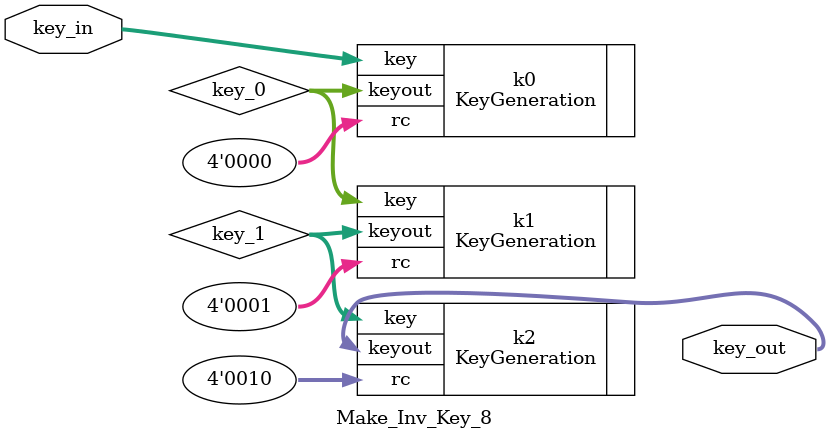
<source format=v>

module Make_Inv_Key_8(
    input [127 : 0] key_in,
    output [127 : 0] key_out
);

    wire [127 : 0] key_0, key_1, key_2, key_3, key_4, key_5, key_6, key_7, key_8, key_9;


    KeyGeneration k0(
        .rc(4'h0),
        .key(key_in),
        .keyout(key_0)
    );

    KeyGeneration k1(
        .rc(4'h1),
        .key(key_0),
        .keyout(key_1)
    );

    KeyGeneration k2(
        .rc(4'h2),
        .key(key_1),
        .keyout(key_out)
    );


endmodule
</source>
